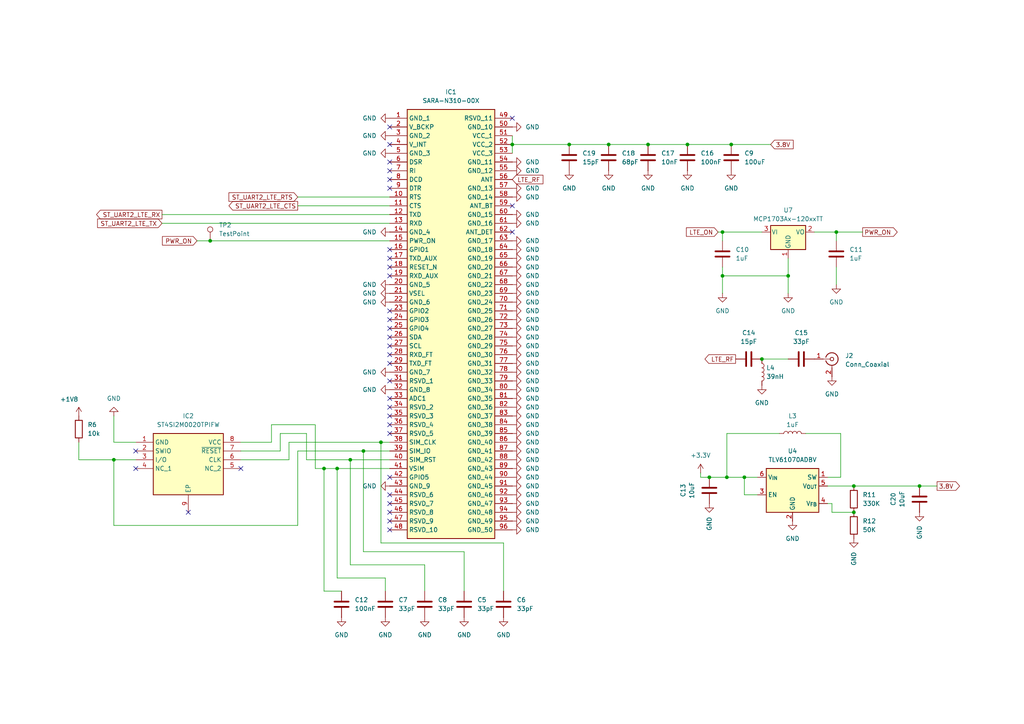
<source format=kicad_sch>
(kicad_sch (version 20231120) (generator "eeschema") (generator_version "8.0")
  (paper "A4")
  (lib_symbols
    (symbol "Connector:Conn_Coaxial" (pin_names (offset 1.016) hide)
      (property "Reference" "J" (at 0.254 3.048 0))
      (property "Value" "Conn_Coaxial" (at 2.921 0 90))
      (symbol "Conn_Coaxial_0_1"
        (arc (start -1.778 -0.508) (mid 0.2311 -1.8066) (end 1.778 0) (stroke (width 0.254)))
        (polyline (pts (xy -2.54 0) (xy -0.508 0)))
        (polyline (pts (xy 0 -2.54) (xy 0 -1.778)))
        (circle (center 0 0) (radius 0.508) (stroke (width 0.2032)))
        (arc (start 1.778 0) (mid 0.2099 1.8101) (end -1.778 0.508) (stroke (width 0.254)))
      )
      (symbol "Conn_Coaxial_1_1"
        (pin passive line (at -5.08 0 0) (length 2.54) (name "In") (number "1"))
        (pin passive line (at 0 -5.08 90) (length 2.54) (name "Ext") (number "2"))
      )
    )
    (symbol "Connector:TestPoint" (pin_numbers hide) (pin_names (offset 0.762) hide)
      (property "Reference" "TP" (at 0 6.858 0))
      (property "Value" "TestPoint" (at 0 5.08 0))
      (symbol "TestPoint_0_1"
        (circle (center 0 3.302) (radius 0.762))
      )
      (symbol "TestPoint_1_1"
        (pin passive line (at 0 0 90) (length 2.54) (name "1") (number "1"))
      )
    )
    (symbol "Device:C" (pin_numbers hide) (pin_names (offset 0.254))
      (property "Reference" "C" (at 0.635 2.54 0))
      (property "Value" "C" (at 0.635 -2.54 0))
      (symbol "C_0_1"
        (polyline (pts (xy -2.032 -0.762) (xy 2.032 -0.762)) (stroke (width 0.508)))
        (polyline (pts (xy -2.032 0.762) (xy 2.032 0.762)) (stroke (width 0.508)))
      )
      (symbol "C_1_1"
        (pin passive line (at 0 3.81 270) (length 2.794) (name "~") (number "1"))
        (pin passive line (at 0 -3.81 90) (length 2.794) (name "~") (number "2"))
      )
    )
    (symbol "Device:L" (pin_numbers hide) (pin_names (offset 1.016) hide)
      (property "Reference" "L" (at -1.27 0 90))
      (property "Value" "L" (at 1.905 0 90))
      (symbol "L_0_1"
        (arc (start 0 -2.54) (mid 0.6323 -1.905) (end 0 -1.27))
        (arc (start 0 -1.27) (mid 0.6323 -0.635) (end 0 0))
        (arc (start 0 0) (mid 0.6323 0.635) (end 0 1.27))
        (arc (start 0 1.27) (mid 0.6323 1.905) (end 0 2.54))
      )
      (symbol "L_1_1"
        (pin passive line (at 0 3.81 270) (length 1.27) (name "1") (number "1"))
        (pin passive line (at 0 -3.81 90) (length 1.27) (name "2") (number "2"))
      )
    )
    (symbol "Device:R" (pin_numbers hide) (pin_names (offset 0))
      (property "Reference" "R" (at 2.032 0 90))
      (property "Value" "R" (at 0 0 90))
      (symbol "R_0_1"
        (rectangle (start -1.016 -2.54) (end 1.016 2.54) (stroke (width 0.254)))
      )
      (symbol "R_1_1"
        (pin passive line (at 0 3.81 270) (length 1.27) (name "~") (number "1"))
        (pin passive line (at 0 -3.81 90) (length 1.27) (name "~") (number "2"))
      )
    )
    (symbol "Regulator_Linear:MCP1703Ax-120xxTT" (pin_names (offset 0.254))
      (property "Reference" "U" (at -3.81 3.175 0))
      (property "Value" "MCP1703Ax-120xxTT" (at 0 3.175 0))
      (symbol "MCP1703Ax-120xxTT_0_1"
        (rectangle (start -5.08 -5.08) (end 5.08 1.905) (stroke (width 0.254)) (fill (type background)))
      )
      (symbol "MCP1703Ax-120xxTT_1_1"
        (pin power_in line (at 0 -7.62 90) (length 2.54) (name "GND") (number "1"))
        (pin power_out line (at 7.62 0 180) (length 2.54) (name "VO") (number "2"))
        (pin power_in line (at -7.62 0 0) (length 2.54) (name "VI") (number "3"))
      )
    )
    (symbol "Regulator_Switching:TLV61070ADBV"
      (property "Reference" "U" (at -7.62 8.89 0))
      (property "Value" "TLV61070ADBV" (at 0 8.89 0))
      (symbol "TLV61070ADBV_0_1"
        (rectangle (start -7.62 7.62) (end 7.62 -5.08) (stroke (width 0.254)) (fill (type background)))
      )
      (symbol "TLV61070ADBV_1_1"
        (pin input line (at 10.16 5.08 180) (length 2.54) (name "SW") (number "1"))
        (pin power_in line (at 0 -7.62 90) (length 2.54) (name "GND") (number "2"))
        (pin input line (at -10.16 0 0) (length 2.54) (name "EN") (number "3"))
        (pin input line (at 10.16 -2.54 180) (length 2.54) (name "V_{FB}") (number "4"))
        (pin power_out line (at 10.16 2.54 180) (length 2.54) (name "V_{OUT}") (number "5"))
        (pin power_in line (at -10.16 5.08 0) (length 2.54) (name "V_{IN}") (number "6"))
      )
    )
    (symbol "esim:ST4SI2M0020TPIFW"
      (property "Reference" "IC" (at 26.67 7.62 0))
      (property "Value" "ST4SI2M0020TPIFW" (at 26.67 5.08 0))
      (symbol "ST4SI2M0020TPIFW_1_1"
        (rectangle (start 5.08 2.54) (end 25.4 -15.24) (stroke (width 0.254)) (fill (type background)))
        (pin passive line (at 0 0 0) (length 5.08) (name "GND") (number "1"))
        (pin passive line (at 0 -2.54 0) (length 5.08) (name "SWIO") (number "2"))
        (pin passive line (at 0 -5.08 0) (length 5.08) (name "I/O") (number "3"))
        (pin passive line (at 0 -7.62 0) (length 5.08) (name "NC_1") (number "4"))
        (pin passive line (at 30.48 -7.62 180) (length 5.08) (name "NC_2") (number "5"))
        (pin passive line (at 30.48 -5.08 180) (length 5.08) (name "CLK") (number "6"))
        (pin passive line (at 30.48 -2.54 180) (length 5.08) (name "~{RESET}") (number "7"))
        (pin passive line (at 30.48 0 180) (length 5.08) (name "VCC") (number "8"))
        (pin passive line (at 15.24 -20.32 90) (length 5.08) (name "EP") (number "9"))
      )
    )
    (symbol "power:+1V8" (power) (pin_numbers hide) (pin_names (offset 0) hide)
      (property "Value" "+1V8" (at 0 3.556 0))
      (symbol "+1V8_0_1"
        (polyline (pts (xy -0.762 1.27) (xy 0 2.54)))
        (polyline (pts (xy 0 0) (xy 0 2.54)))
        (polyline (pts (xy 0 2.54) (xy 0.762 1.27)))
      )
      (symbol "+1V8_1_1"
        (pin power_in line (at 0 0 90) (length 0) (name "~") (number "1"))
      )
    )
    (symbol "power:+3.3V" (power) (pin_numbers hide) (pin_names (offset 0) hide)
      (property "Value" "+3.3V" (at 0 3.556 0))
      (symbol "+3.3V_0_1"
        (polyline (pts (xy -0.762 1.27) (xy 0 2.54)))
        (polyline (pts (xy 0 0) (xy 0 2.54)))
        (polyline (pts (xy 0 2.54) (xy 0.762 1.27)))
      )
      (symbol "+3.3V_1_1"
        (pin power_in line (at 0 0 90) (length 0) (name "~") (number "1"))
      )
    )
    (symbol "power:GND" (power) (pin_numbers hide) (pin_names (offset 0) hide)
      (property "Value" "GND" (at 0 -3.81 0))
      (symbol "GND_0_1"
        (polyline (pts (xy 0 0) (xy 0 -1.27) (xy 1.27 -1.27) (xy 0 -2.54) (xy -1.27 -1.27) (xy 0 -1.27)))
      )
      (symbol "GND_1_1"
        (pin power_in line (at 0 0 270) (length 0) (name "~") (number "1"))
      )
    )
    (symbol "sara n3:SARA-N310-00X"
      (property "Reference" "IC" (at 31.75 7.62 0))
      (property "Value" "SARA-N310-00X" (at 31.75 5.08 0))
      (symbol "SARA-N310-00X_1_1"
        (rectangle (start 5.08 2.54) (end 30.48 -121.92) (stroke (width 0.254)) (fill (type background)))
        (pin passive line (at 0 0 0) (length 5.08) (name "GND_1") (number "1"))
        (pin passive line (at 0 -22.86 0) (length 5.08) (name "RTS") (number "10"))
        (pin passive line (at 0 -25.4 0) (length 5.08) (name "CTS") (number "11"))
        (pin passive line (at 0 -27.94 0) (length 5.08) (name "TXD") (number "12"))
        (pin passive line (at 0 -30.48 0) (length 5.08) (name "RXD") (number "13"))
        (pin passive line (at 0 -33.02 0) (length 5.08) (name "GND_4") (number "14"))
        (pin passive line (at 0 -35.56 0) (length 5.08) (name "PWR_ON") (number "15"))
        (pin passive line (at 0 -38.1 0) (length 5.08) (name "GPIO1") (number "16"))
        (pin passive line (at 0 -40.64 0) (length 5.08) (name "TXD_AUX") (number "17"))
        (pin passive line (at 0 -43.18 0) (length 5.08) (name "RESET_N") (number "18"))
        (pin passive line (at 0 -45.72 0) (length 5.08) (name "RXD_AUX") (number "19"))
        (pin passive line (at 0 -2.54 0) (length 5.08) (name "V_BCKP") (number "2"))
        (pin passive line (at 0 -48.26 0) (length 5.08) (name "GND_5") (number "20"))
        (pin passive line (at 0 -50.8 0) (length 5.08) (name "VSEL") (number "21"))
        (pin passive line (at 0 -53.34 0) (length 5.08) (name "GND_6") (number "22"))
        (pin passive line (at 0 -55.88 0) (length 5.08) (name "GPIO2") (number "23"))
        (pin passive line (at 0 -58.42 0) (length 5.08) (name "GPIO3") (number "24"))
        (pin passive line (at 0 -60.96 0) (length 5.08) (name "GPIO4") (number "25"))
        (pin passive line (at 0 -63.5 0) (length 5.08) (name "SDA") (number "26"))
        (pin passive line (at 0 -66.04 0) (length 5.08) (name "SCL") (number "27"))
        (pin passive line (at 0 -68.58 0) (length 5.08) (name "RXD_FT") (number "28"))
        (pin passive line (at 0 -71.12 0) (length 5.08) (name "TXD_FT") (number "29"))
        (pin passive line (at 0 -5.08 0) (length 5.08) (name "GND_2") (number "3"))
        (pin passive line (at 0 -73.66 0) (length 5.08) (name "GND_7") (number "30"))
        (pin passive line (at 0 -76.2 0) (length 5.08) (name "RSVD_1") (number "31"))
        (pin passive line (at 0 -78.74 0) (length 5.08) (name "GND_8") (number "32"))
        (pin passive line (at 0 -81.28 0) (length 5.08) (name "ADC1") (number "33"))
        (pin passive line (at 0 -83.82 0) (length 5.08) (name "RSVD_2") (number "34"))
        (pin passive line (at 0 -86.36 0) (length 5.08) (name "RSVD_3") (number "35"))
        (pin passive line (at 0 -88.9 0) (length 5.08) (name "RSVD_4") (number "36"))
        (pin passive line (at 0 -91.44 0) (length 5.08) (name "RSVD_5") (number "37"))
        (pin passive line (at 0 -93.98 0) (length 5.08) (name "SIM_CLK") (number "38"))
        (pin passive line (at 0 -96.52 0) (length 5.08) (name "SIM_IO") (number "39"))
        (pin passive line (at 0 -7.62 0) (length 5.08) (name "V_INT") (number "4"))
        (pin passive line (at 0 -99.06 0) (length 5.08) (name "SIM_RST") (number "40"))
        (pin passive line (at 0 -101.6 0) (length 5.08) (name "VSIM") (number "41"))
        (pin passive line (at 0 -104.14 0) (length 5.08) (name "GPIO5") (number "42"))
        (pin passive line (at 0 -106.68 0) (length 5.08) (name "GND_9") (number "43"))
        (pin passive line (at 0 -109.22 0) (length 5.08) (name "RSVD_6") (number "44"))
        (pin passive line (at 0 -111.76 0) (length 5.08) (name "RSVD_7") (number "45"))
        (pin passive line (at 0 -114.3 0) (length 5.08) (name "RSVD_8") (number "46"))
        (pin passive line (at 0 -116.84 0) (length 5.08) (name "RSVD_9") (number "47"))
        (pin passive line (at 0 -119.38 0) (length 5.08) (name "RSVD_10") (number "48"))
        (pin passive line (at 35.56 0 180) (length 5.08) (name "RSVD_11") (number "49"))
        (pin passive line (at 0 -10.16 0) (length 5.08) (name "GND_3") (number "5"))
        (pin passive line (at 35.56 -2.54 180) (length 5.08) (name "GND_10") (number "50"))
        (pin passive line (at 35.56 -5.08 180) (length 5.08) (name "VCC_1") (number "51"))
        (pin passive line (at 35.56 -7.62 180) (length 5.08) (name "VCC_2") (number "52"))
        (pin passive line (at 35.56 -10.16 180) (length 5.08) (name "VCC_3") (number "53"))
        (pin passive line (at 35.56 -12.7 180) (length 5.08) (name "GND_11") (number "54"))
        (pin passive line (at 35.56 -15.24 180) (length 5.08) (name "GND_12") (number "55"))
        (pin passive line (at 35.56 -17.78 180) (length 5.08) (name "ANT") (number "56"))
        (pin passive line (at 35.56 -20.32 180) (length 5.08) (name "GND_13") (number "57"))
        (pin passive line (at 35.56 -22.86 180) (length 5.08) (name "GND_14") (number "58"))
        (pin passive line (at 35.56 -25.4 180) (length 5.08) (name "ANT_BT") (number "59"))
        (pin passive line (at 0 -12.7 0) (length 5.08) (name "DSR") (number "6"))
        (pin passive line (at 35.56 -27.94 180) (length 5.08) (name "GND_15") (number "60"))
        (pin passive line (at 35.56 -30.48 180) (length 5.08) (name "GND_16") (number "61"))
        (pin passive line (at 35.56 -33.02 180) (length 5.08) (name "ANT_DET") (number "62"))
        (pin passive line (at 35.56 -35.56 180) (length 5.08) (name "GND_17") (number "63"))
        (pin passive line (at 35.56 -38.1 180) (length 5.08) (name "GND_18") (number "64"))
        (pin passive line (at 35.56 -40.64 180) (length 5.08) (name "GND_19") (number "65"))
        (pin passive line (at 35.56 -43.18 180) (length 5.08) (name "GND_20") (number "66"))
        (pin passive line (at 35.56 -45.72 180) (length 5.08) (name "GND_21") (number "67"))
        (pin passive line (at 35.56 -48.26 180) (length 5.08) (name "GND_22") (number "68"))
        (pin passive line (at 35.56 -50.8 180) (length 5.08) (name "GND_23") (number "69"))
        (pin passive line (at 0 -15.24 0) (length 5.08) (name "RI") (number "7"))
        (pin passive line (at 35.56 -53.34 180) (length 5.08) (name "GND_24") (number "70"))
        (pin passive line (at 35.56 -55.88 180) (length 5.08) (name "GND_25") (number "71"))
        (pin passive line (at 35.56 -58.42 180) (length 5.08) (name "GND_26") (number "72"))
        (pin passive line (at 35.56 -60.96 180) (length 5.08) (name "GND_27") (number "73"))
        (pin passive line (at 35.56 -63.5 180) (length 5.08) (name "GND_28") (number "74"))
        (pin passive line (at 35.56 -66.04 180) (length 5.08) (name "GND_29") (number "75"))
        (pin passive line (at 35.56 -68.58 180) (length 5.08) (name "GND_30") (number "76"))
        (pin passive line (at 35.56 -71.12 180) (length 5.08) (name "GND_31") (number "77"))
        (pin passive line (at 35.56 -73.66 180) (length 5.08) (name "GND_32") (number "78"))
        (pin passive line (at 35.56 -76.2 180) (length 5.08) (name "GND_33") (number "79"))
        (pin passive line (at 0 -17.78 0) (length 5.08) (name "DCD") (number "8"))
        (pin passive line (at 35.56 -78.74 180) (length 5.08) (name "GND_34") (number "80"))
        (pin passive line (at 35.56 -81.28 180) (length 5.08) (name "GND_35") (number "81"))
        (pin passive line (at 35.56 -83.82 180) (length 5.08) (name "GND_36") (number "82"))
        (pin passive line (at 35.56 -86.36 180) (length 5.08) (name "GND_37") (number "83"))
        (pin passive line (at 35.56 -88.9 180) (length 5.08) (name "GND_38") (number "84"))
        (pin passive line (at 35.56 -91.44 180) (length 5.08) (name "GND_39") (number "85"))
        (pin passive line (at 35.56 -93.98 180) (length 5.08) (name "GND_40") (number "86"))
        (pin passive line (at 35.56 -96.52 180) (length 5.08) (name "GND_41") (number "87"))
        (pin passive line (at 35.56 -99.06 180) (length 5.08) (name "GND_42") (number "88"))
        (pin passive line (at 35.56 -101.6 180) (length 5.08) (name "GND_43") (number "89"))
        (pin passive line (at 0 -20.32 0) (length 5.08) (name "DTR") (number "9"))
        (pin passive line (at 35.56 -104.14 180) (length 5.08) (name "GND_44") (number "90"))
        (pin passive line (at 35.56 -106.68 180) (length 5.08) (name "GND_45") (number "91"))
        (pin passive line (at 35.56 -109.22 180) (length 5.08) (name "GND_46") (number "92"))
        (pin passive line (at 35.56 -111.76 180) (length 5.08) (name "GND_47") (number "93"))
        (pin passive line (at 35.56 -114.3 180) (length 5.08) (name "GND_48") (number "94"))
        (pin passive line (at 35.56 -116.84 180) (length 5.08) (name "GND_49") (number "95"))
        (pin passive line (at 35.56 -119.38 180) (length 5.08) (name "GND_50") (number "96"))
      )
    )
  )
  (junction (at 176.53 41.91))
  (junction (at 242.57 67.31))
  (junction (at 187.96 41.91))
  (junction (at 105.41 130.81))
  (junction (at 215.9 138.43))
  (junction (at 247.65 140.97))
  (junction (at 97.79 135.89))
  (junction (at 209.55 67.31))
  (junction (at 60.96 69.85))
  (junction (at 101.6 133.35))
  (junction (at 209.55 80.01))
  (junction (at 165.1 41.91))
  (junction (at 205.74 138.43))
  (junction (at 266.7 140.97))
  (junction (at 210.82 138.43))
  (junction (at 110.49 128.27))
  (junction (at 212.09 41.91))
  (junction (at 228.6 80.01))
  (junction (at 247.65 148.59))
  (junction (at 93.98 135.89))
  (junction (at 199.39 41.91))
  (junction (at 148.59 41.91))
  (junction (at 220.98 104.14))
  (junction (at 33.02 133.35))
  (no_connect (at 113.03 95.25))
  (no_connect (at 113.03 46.99))
  (no_connect (at 113.03 72.39))
  (no_connect (at 148.59 59.69))
  (no_connect (at 113.03 74.93))
  (no_connect (at 54.61 148.59))
  (no_connect (at 113.03 90.17))
  (no_connect (at 113.03 41.91))
  (no_connect (at 113.03 151.13))
  (no_connect (at 113.03 153.67))
  (no_connect (at 113.03 138.43))
  (no_connect (at 113.03 146.05))
  (no_connect (at 69.85 135.89))
  (no_connect (at 113.03 100.33))
  (no_connect (at 113.03 92.71))
  (no_connect (at 113.03 118.11))
  (no_connect (at 113.03 143.51))
  (no_connect (at 113.03 97.79))
  (no_connect (at 39.37 130.81))
  (no_connect (at 113.03 77.47))
  (no_connect (at 148.59 67.31))
  (no_connect (at 148.59 34.29))
  (no_connect (at 113.03 54.61))
  (no_connect (at 113.03 115.57))
  (no_connect (at 113.03 102.87))
  (no_connect (at 113.03 105.41))
  (no_connect (at 113.03 120.65))
  (no_connect (at 113.03 123.19))
  (no_connect (at 113.03 80.01))
  (no_connect (at 113.03 148.59))
  (no_connect (at 113.03 110.49))
  (no_connect (at 39.37 135.89))
  (no_connect (at 113.03 49.53))
  (no_connect (at 113.03 52.07))
  (no_connect (at 113.03 125.73))
  (no_connect (at 113.03 36.83))
  (wire (pts (xy 148.59 41.91) (xy 148.59 44.45)))
  (wire (pts (xy 236.22 67.31) (xy 242.57 67.31)))
  (wire (pts (xy 46.99 64.77) (xy 113.03 64.77)))
  (wire (pts (xy 46.99 62.23) (xy 113.03 62.23)))
  (wire (pts (xy 105.41 130.81) (xy 86.36 130.81)))
  (wire (pts (xy 199.39 41.91) (xy 212.09 41.91)))
  (wire (pts (xy 123.19 171.45) (xy 123.19 163.83)))
  (wire (pts (xy 210.82 125.73) (xy 210.82 138.43)))
  (wire (pts (xy 97.79 135.89) (xy 93.98 135.89)))
  (wire (pts (xy 134.62 171.45) (xy 134.62 160.02)))
  (wire (pts (xy 242.57 77.47) (xy 242.57 82.55)))
  (wire (pts (xy 83.82 128.27) (xy 83.82 133.35)))
  (wire (pts (xy 105.41 160.02) (xy 105.41 130.81)))
  (wire (pts (xy 86.36 59.69) (xy 113.03 59.69)))
  (wire (pts (xy 113.03 135.89) (xy 97.79 135.89)))
  (wire (pts (xy 219.71 143.51) (xy 215.9 143.51)))
  (wire (pts (xy 219.71 138.43) (xy 215.9 138.43)))
  (wire (pts (xy 86.36 152.4) (xy 33.02 152.4)))
  (wire (pts (xy 110.49 128.27) (xy 83.82 128.27)))
  (wire (pts (xy 101.6 133.35) (xy 88.9 133.35)))
  (wire (pts (xy 113.03 128.27) (xy 110.49 128.27)))
  (wire (pts (xy 91.44 123.19) (xy 78.74 123.19)))
  (wire (pts (xy 39.37 128.27) (xy 33.02 128.27)))
  (wire (pts (xy 33.02 152.4) (xy 33.02 133.35)))
  (wire (pts (xy 208.28 67.31) (xy 209.55 67.31)))
  (wire (pts (xy 113.03 130.81) (xy 105.41 130.81)))
  (wire (pts (xy 228.6 74.93) (xy 228.6 80.01)))
  (wire (pts (xy 233.68 125.73) (xy 243.84 125.73)))
  (wire (pts (xy 148.59 41.91) (xy 165.1 41.91)))
  (wire (pts (xy 203.2 138.43) (xy 203.2 137.16)))
  (wire (pts (xy 22.86 128.27) (xy 22.86 133.35)))
  (wire (pts (xy 243.84 138.43) (xy 240.03 138.43)))
  (wire (pts (xy 93.98 135.89) (xy 91.44 135.89)))
  (wire (pts (xy 88.9 133.35) (xy 88.9 125.73)))
  (wire (pts (xy 78.74 128.27) (xy 69.85 128.27)))
  (wire (pts (xy 111.76 171.45) (xy 111.76 167.64)))
  (wire (pts (xy 60.96 69.85) (xy 113.03 69.85)))
  (wire (pts (xy 134.62 160.02) (xy 105.41 160.02)))
  (wire (pts (xy 33.02 128.27) (xy 33.02 120.65)))
  (wire (pts (xy 148.59 39.37) (xy 148.59 41.91)))
  (wire (pts (xy 91.44 135.89) (xy 91.44 123.19)))
  (wire (pts (xy 240.03 146.05) (xy 241.3 146.05)))
  (wire (pts (xy 99.06 171.45) (xy 93.98 171.45)))
  (wire (pts (xy 240.03 140.97) (xy 247.65 140.97)))
  (wire (pts (xy 146.05 171.45) (xy 146.05 157.48)))
  (wire (pts (xy 146.05 157.48) (xy 110.49 157.48)))
  (wire (pts (xy 88.9 125.73) (xy 81.28 125.73)))
  (wire (pts (xy 97.79 167.64) (xy 97.79 135.89)))
  (wire (pts (xy 241.3 148.59) (xy 247.65 148.59)))
  (wire (pts (xy 243.84 125.73) (xy 243.84 138.43)))
  (wire (pts (xy 83.82 133.35) (xy 69.85 133.35)))
  (wire (pts (xy 69.85 130.81) (xy 81.28 130.81)))
  (wire (pts (xy 226.06 125.73) (xy 210.82 125.73)))
  (wire (pts (xy 113.03 133.35) (xy 101.6 133.35)))
  (wire (pts (xy 57.15 69.85) (xy 60.96 69.85)))
  (wire (pts (xy 101.6 163.83) (xy 101.6 133.35)))
  (wire (pts (xy 86.36 130.81) (xy 86.36 152.4)))
  (wire (pts (xy 247.65 140.97) (xy 266.7 140.97)))
  (wire (pts (xy 220.98 67.31) (xy 209.55 67.31)))
  (wire (pts (xy 165.1 41.91) (xy 176.53 41.91)))
  (wire (pts (xy 111.76 167.64) (xy 97.79 167.64)))
  (wire (pts (xy 81.28 125.73) (xy 81.28 130.81)))
  (wire (pts (xy 242.57 67.31) (xy 250.19 67.31)))
  (wire (pts (xy 187.96 41.91) (xy 199.39 41.91)))
  (wire (pts (xy 22.86 133.35) (xy 33.02 133.35)))
  (wire (pts (xy 209.55 80.01) (xy 209.55 77.47)))
  (wire (pts (xy 33.02 133.35) (xy 39.37 133.35)))
  (wire (pts (xy 215.9 143.51) (xy 215.9 138.43)))
  (wire (pts (xy 241.3 146.05) (xy 241.3 148.59)))
  (wire (pts (xy 93.98 171.45) (xy 93.98 135.89)))
  (wire (pts (xy 266.7 140.97) (xy 271.78 140.97)))
  (wire (pts (xy 209.55 67.31) (xy 209.55 69.85)))
  (wire (pts (xy 228.6 85.09) (xy 228.6 80.01)))
  (wire (pts (xy 215.9 138.43) (xy 210.82 138.43)))
  (wire (pts (xy 110.49 157.48) (xy 110.49 128.27)))
  (wire (pts (xy 123.19 163.83) (xy 101.6 163.83)))
  (wire (pts (xy 209.55 80.01) (xy 228.6 80.01)))
  (wire (pts (xy 205.74 138.43) (xy 203.2 138.43)))
  (wire (pts (xy 242.57 69.85) (xy 242.57 67.31)))
  (wire (pts (xy 209.55 80.01) (xy 209.55 85.09)))
  (wire (pts (xy 176.53 41.91) (xy 187.96 41.91)))
  (wire (pts (xy 210.82 138.43) (xy 205.74 138.43)))
  (wire (pts (xy 78.74 123.19) (xy 78.74 128.27)))
  (wire (pts (xy 223.52 41.91) (xy 212.09 41.91)))
  (wire (pts (xy 220.98 104.14) (xy 228.6 104.14)))
  (wire (pts (xy 86.36 57.15) (xy 113.03 57.15)))
  (global_label "3.8V" (shape input) (at 223.52 41.91 0) (property "Intersheetrefs" "${INTERSHEET_REFS}" (effects (hide yes))))
  (global_label "ST_UART2_LTE_CTS" (shape output) (at 86.36 59.69 180) (property "Intersheetrefs" "${INTERSHEET_REFS}" (effects (hide yes))))
  (global_label "PWR_ON" (shape input) (at 57.15 69.85 180) (property "Intersheetrefs" "${INTERSHEET_REFS}" (effects (hide yes))))
  (global_label "ST_UART2_LTE_TX" (shape input) (at 46.99 64.77 180) (property "Intersheetrefs" "${INTERSHEET_REFS}" (effects (hide yes))))
  (global_label "LTE_RF" (shape input) (at 148.59 52.07 0) (property "Intersheetrefs" "${INTERSHEET_REFS}" (effects (hide yes))))
  (global_label "ST_UART2_LTE_RX" (shape output) (at 46.99 62.23 180) (property "Intersheetrefs" "${INTERSHEET_REFS}" (effects (hide yes))))
  (global_label "PWR_ON" (shape output) (at 250.19 67.31 0) (property "Intersheetrefs" "${INTERSHEET_REFS}" (effects (hide yes))))
  (global_label "ST_UART2_LTE_RTS" (shape input) (at 86.36 57.15 180) (property "Intersheetrefs" "${INTERSHEET_REFS}" (effects (hide yes))))
  (global_label "LTE_RF" (shape output) (at 213.36 104.14 180) (property "Intersheetrefs" "${INTERSHEET_REFS}" (effects (hide yes))))
  (global_label "3.8V" (shape output) (at 271.78 140.97 0) (property "Intersheetrefs" "${INTERSHEET_REFS}" (effects (hide yes))))
  (global_label "LTE_ON" (shape input) (at 208.28 67.31 180) (property "Intersheetrefs" "${INTERSHEET_REFS}" (effects (hide yes))))
  (symbol (lib_id "power:GND") (at 165.1 49.53 0) (unit 1)
    (property "Reference" "#PWR095" (effects (hide yes)))
    (property "Value" "GND" (at 165.1 54.61 0))
    (property "Description" "Power symbol creates a global label with name \"GND\" , ground" (effects (hide yes)))
  )
  (symbol (lib_id "power:GND") (at 148.59 135.89 90) (unit 1)
    (property "Reference" "#PWR059" (effects (hide yes)))
    (property "Value" "GND" (at 152.4 135.8899 90) (effects (justify right)))
    (property "Description" "Power symbol creates a global label with name \"GND\" , ground" (effects (hide yes)))
  )
  (symbol (lib_id "power:GND") (at 113.03 85.09 270) (unit 1)
    (property "Reference" "#PWR080" (effects (hide yes)))
    (property "Value" "GND" (at 109.22 85.0899 90) (effects (justify right)))
    (property "Description" "Power symbol creates a global label with name \"GND\" , ground" (effects (hide yes)))
  )
  (symbol (lib_id "power:GND") (at 148.59 133.35 90) (unit 1)
    (property "Reference" "#PWR058" (effects (hide yes)))
    (property "Value" "GND" (at 152.4 133.3499 90) (effects (justify right)))
    (property "Description" "Power symbol creates a global label with name \"GND\" , ground" (effects (hide yes)))
  )
  (symbol (lib_id "power:GND") (at 99.06 179.07 0) (unit 1)
    (property "Reference" "#PWR088" (effects (hide yes)))
    (property "Value" "GND" (at 99.06 184.15 0))
    (property "Description" "Power symbol creates a global label with name \"GND\" , ground" (effects (hide yes)))
  )
  (symbol (lib_id "Device:C") (at 134.62 175.26 0) (unit 1)
    (property "Reference" "C5" (at 138.43 173.9899 0) (effects (justify left)))
    (property "Value" "33pF" (at 138.43 176.5299 0) (effects (justify left)))
    (property "Footprint" "Capacitor_SMD:C_01005_0402Metric_Pad0.57x0.30mm_HandSolder" (effects (hide yes)))
    (property "Description" "Unpolarized capacitor" (effects (hide yes)))
  )
  (symbol (lib_id "power:GND") (at 148.59 153.67 90) (unit 1)
    (property "Reference" "#PWR066" (effects (hide yes)))
    (property "Value" "GND" (at 152.4 153.6699 90) (effects (justify right)))
    (property "Description" "Power symbol creates a global label with name \"GND\" , ground" (effects (hide yes)))
  )
  (symbol (lib_id "power:GND") (at 111.76 179.07 0) (unit 1)
    (property "Reference" "#PWR043" (effects (hide yes)))
    (property "Value" "GND" (at 111.76 184.15 0))
    (property "Description" "Power symbol creates a global label with name \"GND\" , ground" (effects (hide yes)))
  )
  (symbol (lib_id "sara n3:SARA-N310-00X") (at 113.03 34.29 0) (unit 1)
    (property "Reference" "IC1" (at 130.81 26.67 0))
    (property "Value" "SARA-N310-00X" (at 130.81 29.21 0))
    (property "Footprint" "sara n3:SARAN31000X" (effects (hide yes)))
    (property "Datasheet" "https://content.u-blox.com/sites/default/files/SARA-N3_DataSheet_UBX-18066692.pdf" (effects (hide yes)))
    (property "Description" "Cellular Modules NB-IoT multiband global module Cat NB1, Band 3, 5, 8, 20, 28 LGA, 16x26 mm, 250 pcs/reel" (effects (hide yes)))
    (property "Height" "2.65" (effects (hide yes)))
    (property "Mouser Part Number" "377-SARA-N310-00X" (effects (hide yes)))
    (property "Mouser Price/Stock" "https://www.mouser.co.uk/ProductDetail/u-blox/SARA-N310-00X?qs=KUoIvG%2F9IlbUjCHEHTky9Q%3D%3D" (effects (hide yes)))
    (property "Manufacturer_Name" "u-blox" (effects (hide yes)))
    (property "Manufacturer_Part_Number" "SARA-N310-00X" (effects (hide yes)))
  )
  (symbol (lib_id "power:GND") (at 148.59 87.63 90) (unit 1)
    (property "Reference" "#PWR019" (effects (hide yes)))
    (property "Value" "GND" (at 152.4 87.6299 90) (effects (justify right)))
    (property "Description" "Power symbol creates a global label with name \"GND\" , ground" (effects (hide yes)))
  )
  (symbol (lib_id "power:GND") (at 148.59 110.49 90) (unit 1)
    (property "Reference" "#PWR029" (effects (hide yes)))
    (property "Value" "GND" (at 152.4 110.4899 90) (effects (justify right)))
    (property "Description" "Power symbol creates a global label with name \"GND\" , ground" (effects (hide yes)))
  )
  (symbol (lib_id "power:GND") (at 148.59 85.09 90) (unit 1)
    (property "Reference" "#PWR016" (effects (hide yes)))
    (property "Value" "GND" (at 152.4 85.0899 90) (effects (justify right)))
    (property "Description" "Power symbol creates a global label with name \"GND\" , ground" (effects (hide yes)))
  )
  (symbol (lib_id "Device:C") (at 205.74 142.24 180) (unit 1)
    (property "Reference" "C13" (at 198.12 142.24 90))
    (property "Value" "10uF" (at 200.66 142.24 90))
    (property "Footprint" "Capacitor_SMD:C_01005_0402Metric_Pad0.57x0.30mm_HandSolder" (effects (hide yes)))
    (property "Description" "Unpolarized capacitor" (effects (hide yes)))
  )
  (symbol (lib_id "power:GND") (at 148.59 100.33 90) (unit 1)
    (property "Reference" "#PWR025" (effects (hide yes)))
    (property "Value" "GND" (at 152.4 100.3299 90) (effects (justify right)))
    (property "Description" "Power symbol creates a global label with name \"GND\" , ground" (effects (hide yes)))
  )
  (symbol (lib_id "power:GND") (at 134.62 179.07 0) (unit 1)
    (property "Reference" "#PWR038" (effects (hide yes)))
    (property "Value" "GND" (at 134.62 184.15 0))
    (property "Description" "Power symbol creates a global label with name \"GND\" , ground" (effects (hide yes)))
  )
  (symbol (lib_id "power:GND") (at 113.03 140.97 270) (unit 1)
    (property "Reference" "#PWR079" (effects (hide yes)))
    (property "Value" "GND" (at 109.22 140.9699 90) (effects (justify right)))
    (property "Description" "Power symbol creates a global label with name \"GND\" , ground" (effects (hide yes)))
  )
  (symbol (lib_id "power:GND") (at 148.59 77.47 90) (unit 1)
    (property "Reference" "#PWR013" (effects (hide yes)))
    (property "Value" "GND" (at 152.4 77.4699 90) (effects (justify right)))
    (property "Description" "Power symbol creates a global label with name \"GND\" , ground" (effects (hide yes)))
  )
  (symbol (lib_id "power:GND") (at 266.7 148.59 0) (unit 1)
    (property "Reference" "#PWR0102" (effects (hide yes)))
    (property "Value" "GND" (at 266.6999 152.4 90) (effects (justify right)))
    (property "Description" "Power symbol creates a global label with name \"GND\" , ground" (effects (hide yes)))
  )
  (symbol (lib_id "power:GND") (at 148.59 125.73 90) (unit 1)
    (property "Reference" "#PWR053" (effects (hide yes)))
    (property "Value" "GND" (at 152.4 125.7299 90) (effects (justify right)))
    (property "Description" "Power symbol creates a global label with name \"GND\" , ground" (effects (hide yes)))
  )
  (symbol (lib_id "power:GND") (at 148.59 118.11 90) (unit 1)
    (property "Reference" "#PWR040" (effects (hide yes)))
    (property "Value" "GND" (at 152.4 118.1099 90) (effects (justify right)))
    (property "Description" "Power symbol creates a global label with name \"GND\" , ground" (effects (hide yes)))
  )
  (symbol (lib_id "power:GND") (at 148.59 57.15 90) (unit 1)
    (property "Reference" "#PWR070" (effects (hide yes)))
    (property "Value" "GND" (at 152.4 57.1499 90) (effects (justify right)))
    (property "Description" "Power symbol creates a global label with name \"GND\" , ground" (effects (hide yes)))
  )
  (symbol (lib_id "power:GND") (at 148.59 36.83 90) (unit 1)
    (property "Reference" "#PWR085" (effects (hide yes)))
    (property "Value" "GND" (at 152.4 36.8299 90) (effects (justify right)))
    (property "Description" "Power symbol creates a global label with name \"GND\" , ground" (effects (hide yes)))
  )
  (symbol (lib_id "Device:C") (at 217.17 104.14 90) (unit 1)
    (property "Reference" "C14" (at 217.17 96.52 90))
    (property "Value" "15pF" (at 217.17 99.06 90))
    (property "Footprint" "Capacitor_SMD:C_01005_0402Metric_Pad0.57x0.30mm_HandSolder" (effects (hide yes)))
    (property "Description" "Unpolarized capacitor" (effects (hide yes)))
  )
  (symbol (lib_id "Regulator_Linear:MCP1703Ax-120xxTT") (at 228.6 67.31 0) (unit 1)
    (property "Reference" "U7" (at 228.6 60.96 0))
    (property "Value" "MCP1703Ax-120xxTT" (at 228.6 63.5 0))
    (property "Footprint" "Package_TO_SOT_SMD:SOT-23" (effects (hide yes)))
    (property "Datasheet" "http://ww1.microchip.com/downloads/en/DeviceDoc/20005122B.pdf" (effects (hide yes)))
    (property "Description" "Low Quiescent Current LDO Regulator, 1.2V, 250mA, Vin<=16V, SOT-23" (effects (hide yes)))
  )
  (symbol (lib_id "power:GND") (at 148.59 80.01 90) (unit 1)
    (property "Reference" "#PWR014" (effects (hide yes)))
    (property "Value" "GND" (at 152.4 80.0099 90) (effects (justify right)))
    (property "Description" "Power symbol creates a global label with name \"GND\" , ground" (effects (hide yes)))
  )
  (symbol (lib_id "Device:C") (at 209.55 73.66 0) (unit 1)
    (property "Reference" "C10" (at 213.36 72.3899 0) (effects (justify left)))
    (property "Value" "1uF" (at 213.36 74.9299 0) (effects (justify left)))
    (property "Footprint" "Capacitor_SMD:C_01005_0402Metric_Pad0.57x0.30mm_HandSolder" (effects (hide yes)))
    (property "Description" "Unpolarized capacitor" (effects (hide yes)))
  )
  (symbol (lib_id "power:GND") (at 113.03 67.31 270) (unit 1)
    (property "Reference" "#PWR076" (effects (hide yes)))
    (property "Value" "GND" (at 109.22 67.3099 90) (effects (justify right)))
    (property "Description" "Power symbol creates a global label with name \"GND\" , ground" (effects (hide yes)))
  )
  (symbol (lib_id "Device:C") (at 123.19 175.26 0) (unit 1)
    (property "Reference" "C8" (at 127 173.9899 0) (effects (justify left)))
    (property "Value" "33pF" (at 127 176.5299 0) (effects (justify left)))
    (property "Footprint" "Capacitor_SMD:C_01005_0402Metric_Pad0.57x0.30mm_HandSolder" (effects (hide yes)))
    (property "Description" "Unpolarized capacitor" (effects (hide yes)))
  )
  (symbol (lib_id "power:GND") (at 113.03 34.29 270) (unit 1)
    (property "Reference" "#PWR073" (effects (hide yes)))
    (property "Value" "GND" (at 109.22 34.2899 90) (effects (justify right)))
    (property "Description" "Power symbol creates a global label with name \"GND\" , ground" (effects (hide yes)))
  )
  (symbol (lib_id "power:GND") (at 148.59 123.19 90) (unit 1)
    (property "Reference" "#PWR050" (effects (hide yes)))
    (property "Value" "GND" (at 152.4 123.1899 90) (effects (justify right)))
    (property "Description" "Power symbol creates a global label with name \"GND\" , ground" (effects (hide yes)))
  )
  (symbol (lib_id "Device:C") (at 111.76 175.26 0) (unit 1)
    (property "Reference" "C7" (at 115.57 173.9899 0) (effects (justify left)))
    (property "Value" "33pF" (at 115.57 176.5299 0) (effects (justify left)))
    (property "Footprint" "Capacitor_SMD:C_01005_0402Metric_Pad0.57x0.30mm_HandSolder" (effects (hide yes)))
    (property "Description" "Unpolarized capacitor" (effects (hide yes)))
  )
  (symbol (lib_id "Regulator_Switching:TLV61070ADBV") (at 229.87 143.51 0) (unit 1)
    (property "Reference" "U4" (at 229.87 130.81 0))
    (property "Value" "TLV61070ADBV" (at 229.87 133.35 0))
    (property "Footprint" "Package_TO_SOT_SMD:SOT-23-6" (effects (hide yes)))
    (property "Datasheet" "https://www.ti.com/lit/ds/symlink/tlv61070a.pdf" (effects (hide yes)))
    (property "Description" "Boost Converter, 2.5A switch current limit, 2.2-5.5V Output Voltage, 0.5-5.5V Input Voltage, SOT-23-6" (effects (hide yes)))
  )
  (symbol (lib_id "power:GND") (at 187.96 49.53 0) (unit 1)
    (property "Reference" "#PWR093" (effects (hide yes)))
    (property "Value" "GND" (at 187.96 54.61 0))
    (property "Description" "Power symbol creates a global label with name \"GND\" , ground" (effects (hide yes)))
  )
  (symbol (lib_id "power:GND") (at 176.53 49.53 0) (unit 1)
    (property "Reference" "#PWR094" (effects (hide yes)))
    (property "Value" "GND" (at 176.53 54.61 0))
    (property "Description" "Power symbol creates a global label with name \"GND\" , ground" (effects (hide yes)))
  )
  (symbol (lib_id "power:GND") (at 148.59 54.61 90) (unit 1)
    (property "Reference" "#PWR069" (effects (hide yes)))
    (property "Value" "GND" (at 152.4 54.6099 90) (effects (justify right)))
    (property "Description" "Power symbol creates a global label with name \"GND\" , ground" (effects (hide yes)))
  )
  (symbol (lib_id "Device:R") (at 247.65 144.78 0) (unit 1)
    (property "Reference" "R11" (at 250.19 143.5099 0) (effects (justify left)))
    (property "Value" "330K" (at 250.19 146.0499 0) (effects (justify left)))
    (property "Footprint" "Resistor_SMD:R_0201_0603Metric_Pad0.64x0.40mm_HandSolder" (effects (hide yes)))
    (property "Description" "Resistor" (effects (hide yes)))
  )
  (symbol (lib_id "Device:C") (at 165.1 45.72 0) (unit 1)
    (property "Reference" "C19" (at 168.91 44.4499 0) (effects (justify left)))
    (property "Value" "15pF" (at 168.91 46.9899 0) (effects (justify left)))
    (property "Footprint" "Capacitor_SMD:C_01005_0402Metric_Pad0.57x0.30mm_HandSolder" (effects (hide yes)))
    (property "Description" "Unpolarized capacitor" (effects (hide yes)))
  )
  (symbol (lib_id "power:GND") (at 33.02 120.65 180) (unit 1)
    (property "Reference" "#PWR086" (effects (hide yes)))
    (property "Value" "GND" (at 33.02 115.57 0))
    (property "Description" "Power symbol creates a global label with name \"GND\" , ground" (effects (hide yes)))
  )
  (symbol (lib_id "power:GND") (at 148.59 62.23 90) (unit 1)
    (property "Reference" "#PWR067" (effects (hide yes)))
    (property "Value" "GND" (at 152.4 62.2299 90) (effects (justify right)))
    (property "Description" "Power symbol creates a global label with name \"GND\" , ground" (effects (hide yes)))
  )
  (symbol (lib_id "Device:C") (at 199.39 45.72 0) (unit 1)
    (property "Reference" "C16" (at 203.2 44.4499 0) (effects (justify left)))
    (property "Value" "100nF" (at 203.2 46.9899 0) (effects (justify left)))
    (property "Footprint" "Capacitor_SMD:C_01005_0402Metric_Pad0.57x0.30mm_HandSolder" (effects (hide yes)))
    (property "Description" "Unpolarized capacitor" (effects (hide yes)))
  )
  (symbol (lib_id "power:GND") (at 241.3 109.22 0) (unit 1)
    (property "Reference" "#PWR035" (effects (hide yes)))
    (property "Value" "GND" (at 241.3 114.3 0))
    (property "Description" "Power symbol creates a global label with name \"GND\" , ground" (effects (hide yes)))
  )
  (symbol (lib_id "power:GND") (at 148.59 143.51 90) (unit 1)
    (property "Reference" "#PWR062" (effects (hide yes)))
    (property "Value" "GND" (at 152.4 143.5099 90) (effects (justify right)))
    (property "Description" "Power symbol creates a global label with name \"GND\" , ground" (effects (hide yes)))
  )
  (symbol (lib_id "power:GND") (at 148.59 128.27 90) (unit 1)
    (property "Reference" "#PWR056" (effects (hide yes)))
    (property "Value" "GND" (at 152.4 128.2699 90) (effects (justify right)))
    (property "Description" "Power symbol creates a global label with name \"GND\" , ground" (effects (hide yes)))
  )
  (symbol (lib_id "power:GND") (at 212.09 49.53 0) (unit 1)
    (property "Reference" "#PWR036" (effects (hide yes)))
    (property "Value" "GND" (at 212.09 54.61 0))
    (property "Description" "Power symbol creates a global label with name \"GND\" , ground" (effects (hide yes)))
  )
  (symbol (lib_id "power:GND") (at 148.59 138.43 90) (unit 1)
    (property "Reference" "#PWR060" (effects (hide yes)))
    (property "Value" "GND" (at 152.4 138.4299 90) (effects (justify right)))
    (property "Description" "Power symbol creates a global label with name \"GND\" , ground" (effects (hide yes)))
  )
  (symbol (lib_id "power:GND") (at 148.59 151.13 90) (unit 1)
    (property "Reference" "#PWR065" (effects (hide yes)))
    (property "Value" "GND" (at 152.4 151.1299 90) (effects (justify right)))
    (property "Description" "Power symbol creates a global label with name \"GND\" , ground" (effects (hide yes)))
  )
  (symbol (lib_id "power:GND") (at 123.19 179.07 0) (unit 1)
    (property "Reference" "#PWR044" (effects (hide yes)))
    (property "Value" "GND" (at 123.19 184.15 0))
    (property "Description" "Power symbol creates a global label with name \"GND\" , ground" (effects (hide yes)))
  )
  (symbol (lib_id "power:GND") (at 220.98 111.76 0) (unit 1)
    (property "Reference" "#PWR092" (effects (hide yes)))
    (property "Value" "GND" (at 220.98 116.84 0))
    (property "Description" "Power symbol creates a global label with name \"GND\" , ground" (effects (hide yes)))
  )
  (symbol (lib_id "power:GND") (at 148.59 113.03 90) (unit 1)
    (property "Reference" "#PWR032" (effects (hide yes)))
    (property "Value" "GND" (at 152.4 113.0299 90) (effects (justify right)))
    (property "Description" "Power symbol creates a global label with name \"GND\" , ground" (effects (hide yes)))
  )
  (symbol (lib_id "Device:C") (at 212.09 45.72 0) (unit 1)
    (property "Reference" "C9" (at 215.9 44.4499 0) (effects (justify left)))
    (property "Value" "100uF" (at 215.9 46.9899 0) (effects (justify left)))
    (property "Footprint" "Capacitor_SMD:C_01005_0402Metric_Pad0.57x0.30mm_HandSolder" (effects (hide yes)))
    (property "Description" "Unpolarized capacitor" (effects (hide yes)))
  )
  (symbol (lib_id "power:GND") (at 148.59 46.99 90) (unit 1)
    (property "Reference" "#PWR071" (effects (hide yes)))
    (property "Value" "GND" (at 152.4 46.9899 90) (effects (justify right)))
    (property "Description" "Power symbol creates a global label with name \"GND\" , ground" (effects (hide yes)))
  )
  (symbol (lib_id "Device:C") (at 187.96 45.72 0) (unit 1)
    (property "Reference" "C17" (at 191.77 44.4499 0) (effects (justify left)))
    (property "Value" "10nF" (at 191.77 46.9899 0) (effects (justify left)))
    (property "Footprint" "Capacitor_SMD:C_01005_0402Metric_Pad0.57x0.30mm_HandSolder" (effects (hide yes)))
    (property "Description" "Unpolarized capacitor" (effects (hide yes)))
  )
  (symbol (lib_id "power:GND") (at 228.6 85.09 0) (unit 1)
    (property "Reference" "#PWR030" (effects (hide yes)))
    (property "Value" "GND" (at 228.6 90.17 0))
    (property "Description" "Power symbol creates a global label with name \"GND\" , ground" (effects (hide yes)))
  )
  (symbol (lib_id "power:GND") (at 229.87 151.13 0) (unit 1)
    (property "Reference" "#PWR0100" (effects (hide yes)))
    (property "Value" "GND" (at 229.87 156.21 0))
    (property "Description" "Power symbol creates a global label with name \"GND\" , ground" (effects (hide yes)))
  )
  (symbol (lib_id "power:GND") (at 148.59 97.79 90) (unit 1)
    (property "Reference" "#PWR024" (effects (hide yes)))
    (property "Value" "GND" (at 152.4 97.7899 90) (effects (justify right)))
    (property "Description" "Power symbol creates a global label with name \"GND\" , ground" (effects (hide yes)))
  )
  (symbol (lib_id "power:GND") (at 199.39 49.53 0) (unit 1)
    (property "Reference" "#PWR037" (effects (hide yes)))
    (property "Value" "GND" (at 199.39 54.61 0))
    (property "Description" "Power symbol creates a global label with name \"GND\" , ground" (effects (hide yes)))
  )
  (symbol (lib_id "power:GND") (at 148.59 130.81 90) (unit 1)
    (property "Reference" "#PWR057" (effects (hide yes)))
    (property "Value" "GND" (at 152.4 130.8099 90) (effects (justify right)))
    (property "Description" "Power symbol creates a global label with name \"GND\" , ground" (effects (hide yes)))
  )
  (symbol (lib_id "power:GND") (at 113.03 39.37 270) (unit 1)
    (property "Reference" "#PWR074" (effects (hide yes)))
    (property "Value" "GND" (at 109.22 39.3699 90) (effects (justify right)))
    (property "Description" "Power symbol creates a global label with name \"GND\" , ground" (effects (hide yes)))
  )
  (symbol (lib_id "power:GND") (at 209.55 85.09 0) (unit 1)
    (property "Reference" "#PWR033" (effects (hide yes)))
    (property "Value" "GND" (at 209.55 90.17 0))
    (property "Description" "Power symbol creates a global label with name \"GND\" , ground" (effects (hide yes)))
  )
  (symbol (lib_id "Device:C") (at 242.57 73.66 0) (unit 1)
    (property "Reference" "C11" (at 246.38 72.3899 0) (effects (justify left)))
    (property "Value" "1uF" (at 246.38 74.9299 0) (effects (justify left)))
    (property "Footprint" "Capacitor_SMD:C_01005_0402Metric_Pad0.57x0.30mm_HandSolder" (effects (hide yes)))
    (property "Description" "Unpolarized capacitor" (effects (hide yes)))
  )
  (symbol (lib_id "power:GND") (at 113.03 113.03 270) (unit 1)
    (property "Reference" "#PWR084" (effects (hide yes)))
    (property "Value" "GND" (at 109.22 113.0299 90) (effects (justify right)))
    (property "Description" "Power symbol creates a global label with name \"GND\" , ground" (effects (hide yes)))
  )
  (symbol (lib_id "power:GND") (at 148.59 49.53 90) (unit 1)
    (property "Reference" "#PWR072" (effects (hide yes)))
    (property "Value" "GND" (at 152.4 49.5299 90) (effects (justify right)))
    (property "Description" "Power symbol creates a global label with name \"GND\" , ground" (effects (hide yes)))
  )
  (symbol (lib_id "power:GND") (at 247.65 156.21 0) (unit 1)
    (property "Reference" "#PWR0103" (effects (hide yes)))
    (property "Value" "GND" (at 247.6499 160.02 90) (effects (justify right)))
    (property "Description" "Power symbol creates a global label with name \"GND\" , ground" (effects (hide yes)))
  )
  (symbol (lib_id "Device:C") (at 232.41 104.14 90) (unit 1)
    (property "Reference" "C15" (at 232.41 96.52 90))
    (property "Value" "33pF" (at 232.41 99.06 90))
    (property "Footprint" "Capacitor_SMD:C_01005_0402Metric_Pad0.57x0.30mm_HandSolder" (effects (hide yes)))
    (property "Description" "Unpolarized capacitor" (effects (hide yes)))
  )
  (symbol (lib_id "power:GND") (at 148.59 69.85 90) (unit 1)
    (property "Reference" "#PWR05" (effects (hide yes)))
    (property "Value" "GND" (at 152.4 69.8499 90) (effects (justify right)))
    (property "Description" "Power symbol creates a global label with name \"GND\" , ground" (effects (hide yes)))
  )
  (symbol (lib_id "power:GND") (at 242.57 82.55 0) (unit 1)
    (property "Reference" "#PWR034" (effects (hide yes)))
    (property "Value" "GND" (at 242.57 87.63 0))
    (property "Description" "Power symbol creates a global label with name \"GND\" , ground" (effects (hide yes)))
  )
  (symbol (lib_id "power:+1V8") (at 22.86 120.65 0) (unit 1)
    (property "Reference" "#PWR087" (effects (hide yes)))
    (property "Value" "+1V8" (at 20.066 115.824 0))
    (property "Description" "Power symbol creates a global label with name \"+1V8\"" (effects (hide yes)))
  )
  (symbol (lib_id "power:GND") (at 148.59 120.65 90) (unit 1)
    (property "Reference" "#PWR041" (effects (hide yes)))
    (property "Value" "GND" (at 152.4 120.6499 90) (effects (justify right)))
    (property "Description" "Power symbol creates a global label with name \"GND\" , ground" (effects (hide yes)))
  )
  (symbol (lib_id "power:GND") (at 148.59 64.77 90) (unit 1)
    (property "Reference" "#PWR068" (effects (hide yes)))
    (property "Value" "GND" (at 152.4 64.7699 90) (effects (justify right)))
    (property "Description" "Power symbol creates a global label with name \"GND\" , ground" (effects (hide yes)))
  )
  (symbol (lib_id "Device:L") (at 229.87 125.73 90) (unit 1)
    (property "Reference" "L3" (at 229.87 120.65 90))
    (property "Value" "1uF" (at 229.87 123.19 90))
    (property "Footprint" "Inductor_SMD:L_0402_1005Metric_Pad0.77x0.64mm_HandSolder" (effects (hide yes)))
    (property "Description" "Inductor" (effects (hide yes)))
  )
  (symbol (lib_id "power:GND") (at 113.03 44.45 270) (unit 1)
    (property "Reference" "#PWR075" (effects (hide yes)))
    (property "Value" "GND" (at 109.22 44.4499 90) (effects (justify right)))
    (property "Description" "Power symbol creates a global label with name \"GND\" , ground" (effects (hide yes)))
  )
  (symbol (lib_id "power:GND") (at 148.59 74.93 90) (unit 1)
    (property "Reference" "#PWR012" (effects (hide yes)))
    (property "Value" "GND" (at 152.4 74.9299 90) (effects (justify right)))
    (property "Description" "Power symbol creates a global label with name \"GND\" , ground" (effects (hide yes)))
  )
  (symbol (lib_id "power:GND") (at 205.74 146.05 0) (unit 1)
    (property "Reference" "#PWR0101" (effects (hide yes)))
    (property "Value" "GND" (at 205.7399 149.86 90) (effects (justify right)))
    (property "Description" "Power symbol creates a global label with name \"GND\" , ground" (effects (hide yes)))
  )
  (symbol (lib_id "power:GND") (at 113.03 82.55 270) (unit 1)
    (property "Reference" "#PWR077" (effects (hide yes)))
    (property "Value" "GND" (at 109.22 82.5499 90) (effects (justify right)))
    (property "Description" "Power symbol creates a global label with name \"GND\" , ground" (effects (hide yes)))
  )
  (symbol (lib_id "power:GND") (at 148.59 90.17 90) (unit 1)
    (property "Reference" "#PWR021" (effects (hide yes)))
    (property "Value" "GND" (at 152.4 90.1699 90) (effects (justify right)))
    (property "Description" "Power symbol creates a global label with name \"GND\" , ground" (effects (hide yes)))
  )
  (symbol (lib_id "Device:C") (at 176.53 45.72 0) (unit 1)
    (property "Reference" "C18" (at 180.34 44.4499 0) (effects (justify left)))
    (property "Value" "68pF" (at 180.34 46.9899 0) (effects (justify left)))
    (property "Footprint" "Capacitor_SMD:C_01005_0402Metric_Pad0.57x0.30mm_HandSolder" (effects (hide yes)))
    (property "Description" "Unpolarized capacitor" (effects (hide yes)))
  )
  (symbol (lib_id "power:GND") (at 113.03 87.63 270) (unit 1)
    (property "Reference" "#PWR078" (effects (hide yes)))
    (property "Value" "GND" (at 109.22 87.6299 90) (effects (justify right)))
    (property "Description" "Power symbol creates a global label with name \"GND\" , ground" (effects (hide yes)))
  )
  (symbol (lib_id "power:GND") (at 148.59 105.41 90) (unit 1)
    (property "Reference" "#PWR027" (effects (hide yes)))
    (property "Value" "GND" (at 152.4 105.4099 90) (effects (justify right)))
    (property "Description" "Power symbol creates a global label with name \"GND\" , ground" (effects (hide yes)))
  )
  (symbol (lib_id "Device:R") (at 247.65 152.4 0) (unit 1)
    (property "Reference" "R12" (at 250.19 151.1299 0) (effects (justify left)))
    (property "Value" "50K" (at 250.19 153.6699 0) (effects (justify left)))
    (property "Footprint" "Resistor_SMD:R_0201_0603Metric_Pad0.64x0.40mm_HandSolder" (effects (hide yes)))
    (property "Description" "Resistor" (effects (hide yes)))
  )
  (symbol (lib_id "Device:C") (at 266.7 144.78 180) (unit 1)
    (property "Reference" "C20" (at 259.08 144.78 90))
    (property "Value" "10uF" (at 261.62 144.78 90))
    (property "Footprint" "Capacitor_SMD:C_01005_0402Metric_Pad0.57x0.30mm_HandSolder" (effects (hide yes)))
    (property "Description" "Unpolarized capacitor" (effects (hide yes)))
  )
  (symbol (lib_id "Device:R") (at 22.86 124.46 180) (unit 1)
    (property "Reference" "R6" (at 25.4 123.1899 0) (effects (justify right)))
    (property "Value" "10k" (at 25.4 125.7299 0) (effects (justify right)))
    (property "Footprint" "Resistor_SMD:R_0201_0603Metric_Pad0.64x0.40mm_HandSolder" (effects (hide yes)))
    (property "Description" "Resistor" (effects (hide yes)))
  )
  (symbol (lib_id "power:GND") (at 148.59 107.95 90) (unit 1)
    (property "Reference" "#PWR028" (effects (hide yes)))
    (property "Value" "GND" (at 152.4 107.9499 90) (effects (justify right)))
    (property "Description" "Power symbol creates a global label with name \"GND\" , ground" (effects (hide yes)))
  )
  (symbol (lib_id "power:GND") (at 146.05 179.07 0) (unit 1)
    (property "Reference" "#PWR042" (effects (hide yes)))
    (property "Value" "GND" (at 146.05 184.15 0))
    (property "Description" "Power symbol creates a global label with name \"GND\" , ground" (effects (hide yes)))
  )
  (symbol (lib_id "power:GND") (at 148.59 140.97 90) (unit 1)
    (property "Reference" "#PWR061" (effects (hide yes)))
    (property "Value" "GND" (at 152.4 140.9699 90) (effects (justify right)))
    (property "Description" "Power symbol creates a global label with name \"GND\" , ground" (effects (hide yes)))
  )
  (symbol (lib_id "esim:ST4SI2M0020TPIFW") (at 39.37 128.27 0) (unit 1)
    (property "Reference" "IC2" (at 54.61 120.65 0))
    (property "Value" "ST4SI2M0020TPIFW" (at 54.61 123.19 0))
    (property "Footprint" "esim:SON127P600X500X100-9N" (effects (hide yes)))
    (property "Description" "ESIM GSMA SYS-ON-CHIP SOLUTION, VFDFPN" (effects (hide yes)))
    (property "Height" "1" (effects (hide yes)))
    (property "Mouser Part Number" "511-ST4SI2M0020TPIFW" (effects (hide yes)))
    (property "Mouser Price/Stock" "https://www.mouser.co.uk/ProductDetail/STMicroelectronics/ST4SI2M0020TPIFW?qs=DRkmTr78QAT1FRyrW1ScNQ%3D%3D" (effects (hide yes)))
    (property "Manufacturer_Name" "STMicroelectronics" (effects (hide yes)))
    (property "Manufacturer_Part_Number" "ST4SI2M0020TPIFW" (effects (hide yes)))
  )
  (symbol (lib_id "power:GND") (at 148.59 72.39 90) (unit 1)
    (property "Reference" "#PWR011" (effects (hide yes)))
    (property "Value" "GND" (at 152.4 72.3899 90) (effects (justify right)))
    (property "Description" "Power symbol creates a global label with name \"GND\" , ground" (effects (hide yes)))
  )
  (symbol (lib_id "Connector:Conn_Coaxial") (at 241.3 104.14 0) (unit 1)
    (property "Reference" "J2" (at 245.11 103.1631 0) (effects (justify left)))
    (property "Value" "Conn_Coaxial" (at 245.11 105.7031 0) (effects (justify left)))
    (property "Footprint" "Connector_Coaxial:U.FL_Hirose_U.FL-R-SMT-1_Vertical" (effects (hide yes)))
    (property "Description" "coaxial connector (BNC, SMA, SMB, SMC, Cinch/RCA, LEMO, ...)" (effects (hide yes)))
  )
  (symbol (lib_id "power:GND") (at 148.59 102.87 90) (unit 1)
    (property "Reference" "#PWR026" (effects (hide yes)))
    (property "Value" "GND" (at 152.4 102.8699 90) (effects (justify right)))
    (property "Description" "Power symbol creates a global label with name \"GND\" , ground" (effects (hide yes)))
  )
  (symbol (lib_id "power:GND") (at 148.59 95.25 90) (unit 1)
    (property "Reference" "#PWR023" (effects (hide yes)))
    (property "Value" "GND" (at 152.4 95.2499 90) (effects (justify right)))
    (property "Description" "Power symbol creates a global label with name \"GND\" , ground" (effects (hide yes)))
  )
  (symbol (lib_id "power:GND") (at 148.59 148.59 90) (unit 1)
    (property "Reference" "#PWR064" (effects (hide yes)))
    (property "Value" "GND" (at 152.4 148.5899 90) (effects (justify right)))
    (property "Description" "Power symbol creates a global label with name \"GND\" , ground" (effects (hide yes)))
  )
  (symbol (lib_id "Device:L") (at 220.98 107.95 0) (unit 1)
    (property "Reference" "L4" (at 222.25 106.6799 0) (effects (justify left)))
    (property "Value" "39nH" (at 222.25 109.2199 0) (effects (justify left)))
    (property "Footprint" "Inductor_SMD:L_0402_1005Metric_Pad0.77x0.64mm_HandSolder" (effects (hide yes)))
    (property "Description" "Inductor" (effects (hide yes)))
  )
  (symbol (lib_id "power:+3.3V") (at 203.2 137.16 0) (unit 1)
    (property "Reference" "#PWR089" (effects (hide yes)))
    (property "Value" "+3.3V" (at 203.2 132.08 0))
    (property "Description" "Power symbol creates a global label with name \"+3.3V\"" (effects (hide yes)))
  )
  (symbol (lib_id "power:GND") (at 148.59 115.57 90) (unit 1)
    (property "Reference" "#PWR039" (effects (hide yes)))
    (property "Value" "GND" (at 152.4 115.5699 90) (effects (justify right)))
    (property "Description" "Power symbol creates a global label with name \"GND\" , ground" (effects (hide yes)))
  )
  (symbol (lib_id "Connector:TestPoint") (at 60.96 69.85 0) (unit 1)
    (property "Reference" "TP2" (at 63.5 65.2779 0) (effects (justify left)))
    (property "Value" "TestPoint" (at 63.5 67.8179 0) (effects (justify left)))
    (property "Footprint" "TestPoint:TestPoint_Pad_D1.0mm" (effects (hide yes)))
    (property "Description" "test point" (effects (hide yes)))
  )
  (symbol (lib_id "Device:C") (at 146.05 175.26 0) (unit 1)
    (property "Reference" "C6" (at 149.86 173.9899 0) (effects (justify left)))
    (property "Value" "33pF" (at 149.86 176.5299 0) (effects (justify left)))
    (property "Footprint" "Capacitor_SMD:C_01005_0402Metric_Pad0.57x0.30mm_HandSolder" (effects (hide yes)))
    (property "Description" "Unpolarized capacitor" (effects (hide yes)))
  )
  (symbol (lib_id "power:GND") (at 113.03 107.95 270) (unit 1)
    (property "Reference" "#PWR083" (effects (hide yes)))
    (property "Value" "GND" (at 109.22 107.9499 90) (effects (justify right)))
    (property "Description" "Power symbol creates a global label with name \"GND\" , ground" (effects (hide yes)))
  )
  (symbol (lib_id "power:GND") (at 148.59 92.71 90) (unit 1)
    (property "Reference" "#PWR022" (effects (hide yes)))
    (property "Value" "GND" (at 152.4 92.7099 90) (effects (justify right)))
    (property "Description" "Power symbol creates a global label with name \"GND\" , ground" (effects (hide yes)))
  )
  (symbol (lib_id "power:GND") (at 148.59 82.55 90) (unit 1)
    (property "Reference" "#PWR015" (effects (hide yes)))
    (property "Value" "GND" (at 152.4 82.5499 90) (effects (justify right)))
    (property "Description" "Power symbol creates a global label with name \"GND\" , ground" (effects (hide yes)))
  )
  (symbol (lib_id "Device:C") (at 99.06 175.26 0) (unit 1)
    (property "Reference" "C12" (at 102.87 173.9899 0) (effects (justify left)))
    (property "Value" "100nF" (at 102.87 176.5299 0) (effects (justify left)))
    (property "Footprint" "Capacitor_SMD:C_01005_0402Metric_Pad0.57x0.30mm_HandSolder" (effects (hide yes)))
    (property "Description" "Unpolarized capacitor" (effects (hide yes)))
  )
  (symbol (lib_id "power:GND") (at 148.59 146.05 90) (unit 1)
    (property "Reference" "#PWR063" (effects (hide yes)))
    (property "Value" "GND" (at 152.4 146.0499 90) (effects (justify right)))
    (property "Description" "Power symbol creates a global label with name \"GND\" , ground" (effects (hide yes)))
  )
  (sheet (at 635 -2.54) (size 311.15 205.74) (stroke (width 0.1524))
    (property "Sheetname" "Ublox M8" (at 635 -3.2516 0) (effects (justify left bottom)))
    (property "Sheetfile" "Ublox M10.kicad_sch" (at 635 203.7846 0) (effects (justify left top)))
  )
  (sheet (at 316.23 0) (size 298.45 204.47) (stroke (width 0.1524))
    (property "Sheetname" "STM32L011f3u" (at 316.23 -0.7116 0) (effects (justify left bottom)))
    (property "Sheetfile" "STM32L011f3u.kicad_sch" (at 316.23 205.0546 0) (effects (justify left top)))
  )
)
</source>
